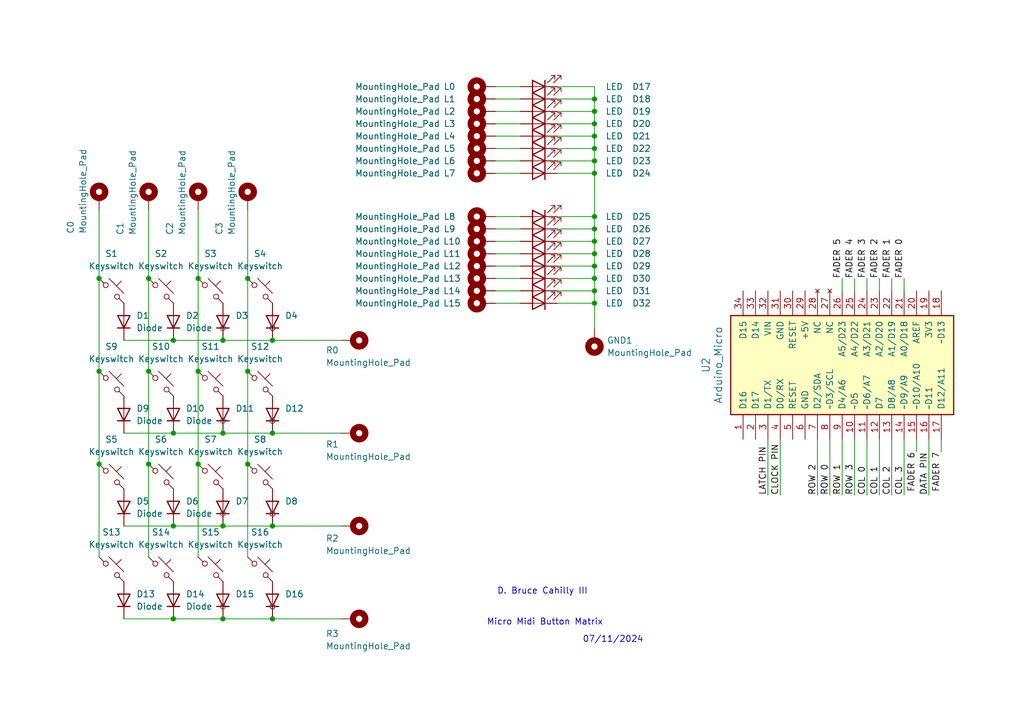
<source format=kicad_sch>
(kicad_sch (version 20231120) (generator "eeschema") (generator_version "8.0")
  (paper "A5")
  (lib_symbols
    (symbol "Arduino:Arduino_Micro" (pin_names (offset 1.016))
      (property "Reference" "U" (at -10.16 26.67 0))
      (property "Value" "Arduino_Micro" (at -2.54 24.13 0))
      (symbol "Arduino_Micro_0_1"
        (rectangle (start -10.16 22.86) (end 10.16 -22.86) (stroke (width 0.254)) (fill (type background)))
      )
      (symbol "Arduino_Micro_1_1"
        (pin bidirectional line (at -15.24 20.32 0) (length 5.08) (name "D16") (number "1"))
        (pin bidirectional line (at -15.24 -2.54 0) (length 5.08) (name "~D5") (number "10"))
        (pin bidirectional line (at -15.24 -5.08 0) (length 5.08) (name "~D6/A7") (number "11"))
        (pin bidirectional line (at -15.24 -7.62 0) (length 5.08) (name "D7") (number "12"))
        (pin bidirectional line (at -15.24 -10.16 0) (length 5.08) (name "D8/A8") (number "13"))
        (pin bidirectional line (at -15.24 -12.7 0) (length 5.08) (name "~D9/A9") (number "14"))
        (pin bidirectional line (at -15.24 -15.24 0) (length 5.08) (name "~D10/A10") (number "15"))
        (pin bidirectional line (at -15.24 -17.78 0) (length 5.08) (name "~D11") (number "16"))
        (pin bidirectional line (at -15.24 -20.32 0) (length 5.08) (name "D12/A11") (number "17"))
        (pin bidirectional line (at 15.24 -20.32 180) (length 5.08) (name "~D13") (number "18"))
        (pin power_out line (at 15.24 -17.78 180) (length 5.08) (name "3V3") (number "19"))
        (pin bidirectional line (at -15.24 17.78 0) (length 5.08) (name "D17") (number "2"))
        (pin input line (at 15.24 -15.24 180) (length 5.08) (name "AREF") (number "20"))
        (pin bidirectional line (at 15.24 -12.7 180) (length 5.08) (name "A0/D18") (number "21"))
        (pin bidirectional line (at 15.24 -10.16 180) (length 5.08) (name "A1/D19") (number "22"))
        (pin bidirectional line (at 15.24 -7.62 180) (length 5.08) (name "A2/D20") (number "23"))
        (pin bidirectional line (at 15.24 -5.08 180) (length 5.08) (name "A3/D21") (number "24"))
        (pin bidirectional line (at 15.24 -2.54 180) (length 5.08) (name "A4/D22") (number "25"))
        (pin bidirectional line (at 15.24 0 180) (length 5.08) (name "A5/D23") (number "26"))
        (pin no_connect line (at 15.24 2.54 180) (length 5.08) (name "NC") (number "27"))
        (pin no_connect line (at 15.24 5.08 180) (length 5.08) (name "NC") (number "28"))
        (pin power_in line (at 15.24 7.62 180) (length 5.08) (name "+5V") (number "29"))
        (pin bidirectional line (at -15.24 15.24 0) (length 5.08) (name "D1/TX") (number "3"))
        (pin input line (at 15.24 10.16 180) (length 5.08) (name "RESET") (number "30"))
        (pin power_in line (at 15.24 12.7 180) (length 5.08) (name "GND") (number "31"))
        (pin power_out line (at 15.24 15.24 180) (length 5.08) (name "VIN") (number "32"))
        (pin bidirectional line (at 15.24 17.78 180) (length 5.08) (name "D14") (number "33"))
        (pin bidirectional line (at 15.24 20.32 180) (length 5.08) (name "D15") (number "34"))
        (pin bidirectional line (at -15.24 12.7 0) (length 5.08) (name "D0/RX") (number "4"))
        (pin input line (at -15.24 10.16 0) (length 5.08) (name "RESET") (number "5"))
        (pin power_in line (at -15.24 7.62 0) (length 5.08) (name "GND") (number "6"))
        (pin bidirectional line (at -15.24 5.08 0) (length 5.08) (name "D2/SDA") (number "7"))
        (pin bidirectional line (at -15.24 2.54 0) (length 5.08) (name "~D3/SCL") (number "8"))
        (pin bidirectional line (at -15.24 0 0) (length 5.08) (name "D4/A6") (number "9"))
      )
    )
    (symbol "Device:LED" (pin_numbers hide) (pin_names (offset 1.016) hide)
      (property "Reference" "D" (at 0 2.54 0))
      (property "Value" "LED" (at 0 -2.54 0))
      (symbol "LED_0_1"
        (polyline (pts (xy -1.27 -1.27) (xy -1.27 1.27)) (stroke (width 0.254)))
        (polyline (pts (xy -1.27 0) (xy 1.27 0)))
        (polyline (pts (xy 1.27 -1.27) (xy 1.27 1.27) (xy -1.27 0) (xy 1.27 -1.27)) (stroke (width 0.254)))
        (polyline (pts (xy -3.048 -0.762) (xy -4.572 -2.286) (xy -3.81 -2.286) (xy -4.572 -2.286) (xy -4.572 -1.524)))
        (polyline (pts (xy -1.778 -0.762) (xy -3.302 -2.286) (xy -2.54 -2.286) (xy -3.302 -2.286) (xy -3.302 -1.524)))
      )
      (symbol "LED_1_1"
        (pin passive line (at -3.81 0 0) (length 2.54) (name "K") (number "1"))
        (pin passive line (at 3.81 0 180) (length 2.54) (name "A") (number "2"))
      )
    )
    (symbol "Mechanical:MountingHole_Pad" (pin_numbers hide) (pin_names (offset 1.016) hide) (exclude_from_sim yes) (in_bom no)
      (property "Reference" "H" (at 0 6.35 0))
      (property "Value" "MountingHole_Pad" (at 0 4.445 0))
      (symbol "MountingHole_Pad_0_1"
        (circle (center 0 1.27) (radius 1.27) (stroke (width 1.27)))
      )
      (symbol "MountingHole_Pad_1_1"
        (pin input line (at 0 -2.54 90) (length 2.54) (name "1") (number "1"))
      )
    )
    (symbol "ScottoKeebs:Placeholder_Diode" (pin_numbers hide) (pin_names hide)
      (property "Reference" "D" (at 0 2.54 0))
      (property "Value" "Diode" (at 0 -2.54 0))
      (symbol "Placeholder_Diode_0_1"
        (polyline (pts (xy -1.27 1.27) (xy -1.27 -1.27)) (stroke (width 0.254)))
        (polyline (pts (xy 1.27 0) (xy -1.27 0)))
        (polyline (pts (xy 1.27 1.27) (xy 1.27 -1.27) (xy -1.27 0) (xy 1.27 1.27)) (stroke (width 0.254)))
      )
      (symbol "Placeholder_Diode_1_1"
        (pin passive line (at -3.81 0 0) (length 2.54) (name "K") (number "1"))
        (pin passive line (at 3.81 0 180) (length 2.54) (name "A") (number "2"))
      )
    )
    (symbol "ScottoKeebs:Placeholder_Keyswitch" (pin_numbers hide) (pin_names (offset 1.016) hide)
      (property "Reference" "S" (at 3.048 1.016 0))
      (property "Value" "Keyswitch" (at 0 -3.81 0))
      (symbol "Placeholder_Keyswitch_0_1"
        (circle (center -1.1684 1.1684) (radius 0.508))
        (polyline (pts (xy -0.508 2.54) (xy 2.54 -0.508)))
        (polyline (pts (xy 1.016 1.016) (xy 2.032 2.032)))
        (polyline (pts (xy -2.54 2.54) (xy -1.524 1.524) (xy -1.524 1.524)))
        (polyline (pts (xy 1.524 -1.524) (xy 2.54 -2.54) (xy 2.54 -2.54) (xy 2.54 -2.54)))
        (circle (center 1.143 -1.1938) (radius 0.508))
        (pin passive line (at -2.54 2.54 0) (length 0) (name "1") (number "1"))
        (pin passive line (at 2.54 -2.54 180) (length 0) (name "2") (number "2"))
      )
    )
  )
  (junction (at 20.32 95.25))
  (junction (at 45.72 88.9))
  (junction (at 121.92 22.86))
  (junction (at 121.92 59.69))
  (junction (at 20.32 57.15))
  (junction (at 121.92 44.45))
  (junction (at 30.48 76.2))
  (junction (at 121.92 46.99))
  (junction (at 55.88 127))
  (junction (at 121.92 54.61))
  (junction (at 121.92 27.94))
  (junction (at 20.32 76.2))
  (junction (at 35.56 88.9))
  (junction (at 121.92 33.02))
  (junction (at 121.92 20.32))
  (junction (at 55.88 107.95))
  (junction (at 121.92 35.56))
  (junction (at 55.88 88.9))
  (junction (at 40.64 57.15))
  (junction (at 121.92 62.23))
  (junction (at 45.72 127))
  (junction (at 35.56 107.95))
  (junction (at 50.8 76.2))
  (junction (at 55.88 69.85))
  (junction (at 121.92 52.07))
  (junction (at 35.56 127))
  (junction (at 30.48 95.25))
  (junction (at 30.48 57.15))
  (junction (at 40.64 76.2))
  (junction (at 121.92 57.15))
  (junction (at 121.92 25.4))
  (junction (at 50.8 57.15))
  (junction (at 121.92 49.53))
  (junction (at 35.56 69.85))
  (junction (at 40.64 95.25))
  (junction (at 50.8 95.25))
  (junction (at 45.72 69.85))
  (junction (at 45.72 107.95))
  (junction (at 121.92 30.48))
  (wire (pts (xy 121.92 17.78) (xy 121.92 20.32)))
  (wire (pts (xy 114.3 17.78) (xy 121.92 17.78)))
  (wire (pts (xy 30.48 95.25) (xy 30.48 114.3)))
  (wire (pts (xy 180.34 59.69) (xy 180.34 57.15)))
  (wire (pts (xy 121.92 59.69) (xy 121.92 62.23)))
  (wire (pts (xy 40.64 43.18) (xy 40.64 57.15)))
  (wire (pts (xy 177.8 59.69) (xy 177.8 57.15)))
  (wire (pts (xy 190.5 101.6) (xy 190.5 90.17)))
  (wire (pts (xy 101.6 52.07) (xy 106.68 52.07)))
  (wire (pts (xy 114.3 33.02) (xy 121.92 33.02)))
  (wire (pts (xy 114.3 25.4) (xy 121.92 25.4)))
  (wire (pts (xy 121.92 54.61) (xy 121.92 57.15)))
  (wire (pts (xy 114.3 52.07) (xy 121.92 52.07)))
  (wire (pts (xy 182.88 59.69) (xy 182.88 57.15)))
  (wire (pts (xy 170.18 101.6) (xy 170.18 90.17)))
  (wire (pts (xy 25.4 127) (xy 35.56 127)))
  (wire (pts (xy 101.6 62.23) (xy 106.68 62.23)))
  (wire (pts (xy 69.85 88.9) (xy 55.88 88.9)))
  (wire (pts (xy 101.6 27.94) (xy 106.68 27.94)))
  (wire (pts (xy 45.72 88.9) (xy 55.88 88.9)))
  (wire (pts (xy 101.6 46.99) (xy 106.68 46.99)))
  (wire (pts (xy 20.32 95.25) (xy 20.32 114.3)))
  (wire (pts (xy 25.4 69.85) (xy 35.56 69.85)))
  (wire (pts (xy 101.6 30.48) (xy 106.68 30.48)))
  (wire (pts (xy 101.6 59.69) (xy 106.68 59.69)))
  (wire (pts (xy 101.6 25.4) (xy 106.68 25.4)))
  (wire (pts (xy 101.6 17.78) (xy 106.68 17.78)))
  (wire (pts (xy 114.3 54.61) (xy 121.92 54.61)))
  (wire (pts (xy 121.92 30.48) (xy 121.92 33.02)))
  (wire (pts (xy 69.85 127) (xy 55.88 127)))
  (wire (pts (xy 101.6 20.32) (xy 106.68 20.32)))
  (wire (pts (xy 30.48 76.2) (xy 30.48 95.25)))
  (wire (pts (xy 121.92 27.94) (xy 121.92 30.48)))
  (wire (pts (xy 121.92 20.32) (xy 121.92 22.86)))
  (wire (pts (xy 69.85 69.85) (xy 55.88 69.85)))
  (wire (pts (xy 40.64 95.25) (xy 40.64 114.3)))
  (wire (pts (xy 25.4 107.95) (xy 35.56 107.95)))
  (wire (pts (xy 114.3 46.99) (xy 121.92 46.99)))
  (wire (pts (xy 177.8 101.6) (xy 177.8 90.17)))
  (wire (pts (xy 101.6 35.56) (xy 106.68 35.56)))
  (wire (pts (xy 25.4 88.9) (xy 35.56 88.9)))
  (wire (pts (xy 101.6 33.02) (xy 106.68 33.02)))
  (wire (pts (xy 185.42 101.6) (xy 185.42 90.17)))
  (wire (pts (xy 40.64 76.2) (xy 40.64 95.25)))
  (wire (pts (xy 167.64 101.6) (xy 167.64 90.17)))
  (wire (pts (xy 114.3 20.32) (xy 121.92 20.32)))
  (wire (pts (xy 114.3 57.15) (xy 121.92 57.15)))
  (wire (pts (xy 193.04 90.17) (xy 193.04 92.71)))
  (wire (pts (xy 20.32 76.2) (xy 20.32 95.25)))
  (wire (pts (xy 121.92 35.56) (xy 121.92 44.45)))
  (wire (pts (xy 50.8 57.15) (xy 50.8 76.2)))
  (wire (pts (xy 69.85 107.95) (xy 55.88 107.95)))
  (wire (pts (xy 180.34 101.6) (xy 180.34 90.17)))
  (wire (pts (xy 172.72 101.6) (xy 172.72 90.17)))
  (wire (pts (xy 101.6 22.86) (xy 106.68 22.86)))
  (wire (pts (xy 114.3 22.86) (xy 121.92 22.86)))
  (wire (pts (xy 114.3 49.53) (xy 121.92 49.53)))
  (wire (pts (xy 30.48 43.18) (xy 30.48 57.15)))
  (wire (pts (xy 101.6 44.45) (xy 106.68 44.45)))
  (wire (pts (xy 121.92 22.86) (xy 121.92 25.4)))
  (wire (pts (xy 114.3 59.69) (xy 121.92 59.69)))
  (wire (pts (xy 114.3 44.45) (xy 121.92 44.45)))
  (wire (pts (xy 121.92 46.99) (xy 121.92 49.53)))
  (wire (pts (xy 175.26 59.69) (xy 175.26 57.15)))
  (wire (pts (xy 30.48 57.15) (xy 30.48 76.2)))
  (wire (pts (xy 20.32 57.15) (xy 20.32 76.2)))
  (wire (pts (xy 45.72 107.95) (xy 35.56 107.95)))
  (wire (pts (xy 121.92 44.45) (xy 121.92 46.99)))
  (wire (pts (xy 121.92 49.53) (xy 121.92 52.07)))
  (wire (pts (xy 114.3 30.48) (xy 121.92 30.48)))
  (wire (pts (xy 185.42 59.69) (xy 185.42 57.15)))
  (wire (pts (xy 114.3 62.23) (xy 121.92 62.23)))
  (wire (pts (xy 50.8 76.2) (xy 50.8 95.25)))
  (wire (pts (xy 45.72 69.85) (xy 55.88 69.85)))
  (wire (pts (xy 121.92 57.15) (xy 121.92 59.69)))
  (wire (pts (xy 101.6 49.53) (xy 106.68 49.53)))
  (wire (pts (xy 187.96 90.17) (xy 187.96 92.71)))
  (wire (pts (xy 45.72 127) (xy 35.56 127)))
  (wire (pts (xy 50.8 43.18) (xy 50.8 57.15)))
  (wire (pts (xy 45.72 88.9) (xy 35.56 88.9)))
  (wire (pts (xy 121.92 52.07) (xy 121.92 54.61)))
  (wire (pts (xy 182.88 101.6) (xy 182.88 90.17)))
  (wire (pts (xy 114.3 35.56) (xy 121.92 35.56)))
  (wire (pts (xy 20.32 43.18) (xy 20.32 57.15)))
  (wire (pts (xy 40.64 57.15) (xy 40.64 76.2)))
  (wire (pts (xy 157.48 101.6) (xy 157.48 90.17)))
  (wire (pts (xy 114.3 27.94) (xy 121.92 27.94)))
  (wire (pts (xy 121.92 25.4) (xy 121.92 27.94)))
  (wire (pts (xy 50.8 95.25) (xy 50.8 114.3)))
  (wire (pts (xy 101.6 57.15) (xy 106.68 57.15)))
  (wire (pts (xy 121.92 62.23) (xy 121.92 67.31)))
  (wire (pts (xy 45.72 107.95) (xy 55.88 107.95)))
  (wire (pts (xy 121.92 33.02) (xy 121.92 35.56)))
  (wire (pts (xy 160.02 101.6) (xy 160.02 90.17)))
  (wire (pts (xy 101.6 54.61) (xy 106.68 54.61)))
  (wire (pts (xy 172.72 59.69) (xy 172.72 57.15)))
  (wire (pts (xy 175.26 101.6) (xy 175.26 90.17)))
  (wire (pts (xy 45.72 127) (xy 55.88 127)))
  (wire (pts (xy 45.72 69.85) (xy 35.56 69.85)))
  (text "07/11/2024" (at 125.73 131.318 0) (effects (font (size 1.27 1.27))))
  (text "Micro Midi Button Matrix" (at 111.76 127.762 0) (effects (font (size 1.27 1.27))))
  (text "D. Bruce Cahilly III" (at 111.252 121.412 0) (effects (font (size 1.27 1.27))))
  (label "ROW 0" (at 170.18 101.6 90))
  (label "FADER 3" (at 177.8 57.15 90))
  (label "DATA PIN" (at 190.5 101.6 90))
  (label "FADER 5" (at 172.72 57.15 90))
  (label "FADER 0" (at 185.42 57.15 90))
  (label "ROW 2" (at 167.64 101.6 90))
  (label "COL 3" (at 185.42 101.6 90))
  (label "FADER 4" (at 175.26 57.15 90))
  (label "FADER 6" (at 187.96 92.71 270))
  (label "COL 1" (at 180.34 101.6 90))
  (label "ROW 1" (at 172.72 101.6 90))
  (label "CLOCK PIN" (at 160.02 101.6 90))
  (label "FADER 2" (at 180.34 57.15 90))
  (label "FADER 1" (at 182.88 57.15 90))
  (label "FADER 7" (at 193.04 92.71 270))
  (label "COL 0" (at 177.8 101.6 90))
  (label "LATCH PIN" (at 157.48 101.6 90))
  (label "ROW 3" (at 175.26 101.6 90))
  (label "COL 2" (at 182.88 101.6 90))
  (netclass_flag "" (length 2.54) (shape round) (at 55.88 69.85 0) (property "Netclass" "ROW 1" (effects (hide yes))))
  (netclass_flag "" (length 2.54) (shape round) (at 55.88 88.9 0) (property "Netclass" "ROW 1" (effects (hide yes))))
  (netclass_flag "" (length 2.54) (shape round) (at 55.88 88.9 0) (property "Netclass" "ROW 1" (effects (hide yes))))
  (netclass_flag "" (length 2.54) (shape round) (at 55.88 69.85 0) (property "Netclass" "ROW 1" (effects (hide yes))))
  (netclass_flag "" (length 2.54) (shape round) (at 55.88 107.95 0) (property "Netclass" "ROW 1" (effects (hide yes))))
  (netclass_flag "" (length 2.54) (shape round) (at 55.88 107.95 0) (property "Netclass" "ROW 1" (effects (hide yes))))
  (netclass_flag "" (length 2.54) (shape round) (at 45.72 69.85 0) (property "Netclass" "ROW 1" (effects (hide yes))))
  (netclass_flag "" (length 2.54) (shape round) (at 55.88 127 0) (property "Netclass" "ROW 1" (effects (hide yes))))
  (netclass_flag "" (length 2.54) (shape round) (at 45.72 107.95 0) (property "Netclass" "ROW 1" (effects (hide yes))))
  (netclass_flag "" (length 2.54) (shape round) (at 55.88 127 0) (property "Netclass" "ROW 1" (effects (hide yes))))
  (netclass_flag "" (length 2.54) (shape round) (at 45.72 88.9 0) (property "Netclass" "ROW 1" (effects (hide yes))))
  (netclass_flag "" (length 2.54) (shape round) (at 45.72 127 0) (property "Netclass" "ROW 1" (effects (hide yes))))
  (symbol (lib_id "Device:LED") (at 110.49 35.56 180) (unit 1)
    (property "Reference" "D24" (at 131.572 35.56 0))
    (property "Value" "LED" (at 125.984 35.56 0))
    (property "Footprint" "LED_THT:LED_D3.0mm" (effects (hide yes)))
    (property "Description" "Light emitting diode" (effects (hide yes)))
  )
  (symbol (lib_id "Mechanical:MountingHole_Pad") (at 72.39 88.9 270) (unit 1) (exclude_from_sim yes) (in_bom no)
    (property "Reference" "R1" (at 66.802 91.186 90) (effects (justify left)))
    (property "Value" "MountingHole_Pad" (at 66.802 93.726 90) (effects (justify left)))
    (property "Footprint" "CustomLib:THROUGH HOLE PAD 1.7MM HOLE 3.0MM PAD" (effects (hide yes)))
    (property "Description" "Mounting Hole with connection" (effects (hide yes)))
  )
  (symbol (lib_id "Device:LED") (at 110.49 59.69 180) (unit 1)
    (property "Reference" "D31" (at 131.572 59.69 0))
    (property "Value" "LED" (at 125.984 59.69 0))
    (property "Footprint" "LED_THT:LED_D3.0mm" (effects (hide yes)))
    (property "Description" "Light emitting diode" (effects (hide yes)))
  )
  (symbol (lib_id "Mechanical:MountingHole_Pad") (at 30.48 40.64 0) (unit 1) (exclude_from_sim yes) (in_bom no)
    (property "Reference" "C1" (at 24.638 48.26 90) (effects (justify left)))
    (property "Value" "MountingHole_Pad" (at 27.178 48.26 90) (effects (justify left)))
    (property "Footprint" "CustomLib:THROUGH HOLE PAD 1.7MM HOLE 3.0MM PAD" (effects (hide yes)))
    (property "Description" "Mounting Hole with connection" (effects (hide yes)))
  )
  (symbol (lib_id "Mechanical:MountingHole_Pad") (at 99.06 59.69 90) (unit 1) (exclude_from_sim yes) (in_bom no)
    (property "Reference" "L14" (at 92.71 59.69 90))
    (property "Value" "MountingHole_Pad" (at 81.534 59.69 90))
    (property "Footprint" "CustomLib:THROUGH HOLE PAD 1.7MM HOLE 3.0MM PAD" (effects (hide yes)))
    (property "Description" "Mounting Hole with connection" (effects (hide yes)))
  )
  (symbol (lib_id "ScottoKeebs:Placeholder_Diode") (at 55.88 123.19 90) (unit 1)
    (property "Reference" "D16" (at 58.42 121.9199 90) (effects (justify right)))
    (property "Value" "Diode" (effects (hide yes)))
    (property "Footprint" "ScottoKeebs_Components:Diode_DO-35" (effects (hide yes)))
    (property "Description" "1N4148 (DO-35) or 1N4148W (SOD-123)" (effects (hide yes)))
    (property "Sim.Device" "D" (effects (hide yes)))
    (property "Sim.Pins" "1=K 2=A" (effects (hide yes)))
  )
  (symbol (lib_id "Device:LED") (at 110.49 46.99 180) (unit 1)
    (property "Reference" "D26" (at 131.572 46.99 0))
    (property "Value" "LED" (at 125.984 46.99 0))
    (property "Footprint" "LED_THT:LED_D3.0mm" (effects (hide yes)))
    (property "Description" "Light emitting diode" (effects (hide yes)))
  )
  (symbol (lib_id "Mechanical:MountingHole_Pad") (at 121.92 69.85 180) (unit 1) (exclude_from_sim yes) (in_bom no)
    (property "Reference" "GND1" (at 124.46 69.8499 0) (effects (justify right)))
    (property "Value" "MountingHole_Pad" (at 124.46 72.3899 0) (effects (justify right)))
    (property "Footprint" "CustomLib:THROUGH HOLE PAD 1.7MM HOLE 3.0MM PAD" (effects (hide yes)))
    (property "Description" "Mounting Hole with connection" (effects (hide yes)))
  )
  (symbol (lib_id "ScottoKeebs:Placeholder_Diode") (at 25.4 104.14 90) (unit 1)
    (property "Reference" "D5" (at 27.94 102.8699 90) (effects (justify right)))
    (property "Value" "Diode" (at 27.94 105.4099 90) (effects (justify right)))
    (property "Footprint" "ScottoKeebs_Components:Diode_DO-35" (effects (hide yes)))
    (property "Description" "1N4148 (DO-35) or 1N4148W (SOD-123)" (effects (hide yes)))
    (property "Sim.Device" "D" (effects (hide yes)))
    (property "Sim.Pins" "1=K 2=A" (effects (hide yes)))
  )
  (symbol (lib_id "Device:LED") (at 110.49 33.02 180) (unit 1)
    (property "Reference" "D23" (at 131.572 33.02 0))
    (property "Value" "LED" (at 125.984 33.02 0))
    (property "Footprint" "LED_THT:LED_D3.0mm" (effects (hide yes)))
    (property "Description" "Light emitting diode" (effects (hide yes)))
  )
  (symbol (lib_id "Mechanical:MountingHole_Pad") (at 99.06 52.07 90) (unit 1) (exclude_from_sim yes) (in_bom no)
    (property "Reference" "L11" (at 92.71 52.07 90))
    (property "Value" "MountingHole_Pad" (at 81.534 52.07 90))
    (property "Footprint" "CustomLib:THROUGH HOLE PAD 1.7MM HOLE 3.0MM PAD" (effects (hide yes)))
    (property "Description" "Mounting Hole with connection" (effects (hide yes)))
  )
  (symbol (lib_id "Mechanical:MountingHole_Pad") (at 99.06 46.99 90) (unit 1) (exclude_from_sim yes) (in_bom no)
    (property "Reference" "L9" (at 92.202 46.99 90))
    (property "Value" "MountingHole_Pad" (at 81.534 46.99 90))
    (property "Footprint" "CustomLib:THROUGH HOLE PAD 1.7MM HOLE 3.0MM PAD" (effects (hide yes)))
    (property "Description" "Mounting Hole with connection" (effects (hide yes)))
  )
  (symbol (lib_id "ScottoKeebs:Placeholder_Diode") (at 35.56 123.19 90) (unit 1)
    (property "Reference" "D14" (at 38.1 121.9199 90) (effects (justify right)))
    (property "Value" "Diode" (at 38.1 124.4599 90) (effects (justify right)))
    (property "Footprint" "ScottoKeebs_Components:Diode_DO-35" (effects (hide yes)))
    (property "Description" "1N4148 (DO-35) or 1N4148W (SOD-123)" (effects (hide yes)))
    (property "Sim.Device" "D" (effects (hide yes)))
    (property "Sim.Pins" "1=K 2=A" (effects (hide yes)))
  )
  (symbol (lib_id "ScottoKeebs:Placeholder_Diode") (at 25.4 123.19 90) (unit 1)
    (property "Reference" "D13" (at 27.94 121.9199 90) (effects (justify right)))
    (property "Value" "Diode" (at 27.94 124.4599 90) (effects (justify right)))
    (property "Footprint" "ScottoKeebs_Components:Diode_DO-35" (effects (hide yes)))
    (property "Description" "1N4148 (DO-35) or 1N4148W (SOD-123)" (effects (hide yes)))
    (property "Sim.Device" "D" (effects (hide yes)))
    (property "Sim.Pins" "1=K 2=A" (effects (hide yes)))
  )
  (symbol (lib_id "Mechanical:MountingHole_Pad") (at 99.06 20.32 90) (unit 1) (exclude_from_sim yes) (in_bom no)
    (property "Reference" "L1" (at 92.202 20.32 90))
    (property "Value" "MountingHole_Pad" (at 81.534 20.32 90))
    (property "Footprint" "CustomLib:THROUGH HOLE PAD 1.7MM HOLE 3.0MM PAD" (effects (hide yes)))
    (property "Description" "Mounting Hole with connection" (effects (hide yes)))
  )
  (symbol (lib_id "Device:LED") (at 110.49 30.48 180) (unit 1)
    (property "Reference" "D22" (at 131.572 30.48 0))
    (property "Value" "LED" (at 125.984 30.48 0))
    (property "Footprint" "LED_THT:LED_D3.0mm" (effects (hide yes)))
    (property "Description" "Light emitting diode" (effects (hide yes)))
  )
  (symbol (lib_id "ScottoKeebs:Placeholder_Diode") (at 25.4 66.04 90) (unit 1)
    (property "Reference" "D1" (at 27.94 64.7699 90) (effects (justify right)))
    (property "Value" "Diode" (at 27.94 67.3099 90) (effects (justify right)))
    (property "Footprint" "ScottoKeebs_Components:Diode_DO-35" (effects (hide yes)))
    (property "Description" "1N4148 (DO-35) or 1N4148W (SOD-123)" (effects (hide yes)))
    (property "Sim.Device" "D" (effects (hide yes)))
    (property "Sim.Pins" "1=K 2=A" (effects (hide yes)))
  )
  (symbol (lib_id "ScottoKeebs:Placeholder_Keyswitch") (at 53.34 116.84 0) (unit 1)
    (property "Reference" "S16" (at 53.34 109.22 0))
    (property "Value" "Keyswitch" (at 53.34 111.76 0))
    (property "Footprint" "ScottoKeebs_MX:MX_PCB_1.00u" (effects (hide yes)))
    (property "Description" "Push button switch, normally open, two pins, 45° tilted" (effects (hide yes)))
  )
  (symbol (lib_id "ScottoKeebs:Placeholder_Keyswitch") (at 53.34 78.74 0) (unit 1)
    (property "Reference" "S12" (at 53.34 71.12 0))
    (property "Value" "Keyswitch" (at 53.34 73.66 0))
    (property "Footprint" "ScottoKeebs_MX:MX_PCB_1.00u" (effects (hide yes)))
    (property "Description" "Push button switch, normally open, two pins, 45° tilted" (effects (hide yes)))
  )
  (symbol (lib_id "ScottoKeebs:Placeholder_Diode") (at 25.4 85.09 90) (unit 1)
    (property "Reference" "D9" (at 27.94 83.8199 90) (effects (justify right)))
    (property "Value" "Diode" (at 27.94 86.3599 90) (effects (justify right)))
    (property "Footprint" "ScottoKeebs_Components:Diode_DO-35" (effects (hide yes)))
    (property "Description" "1N4148 (DO-35) or 1N4148W (SOD-123)" (effects (hide yes)))
    (property "Sim.Device" "D" (effects (hide yes)))
    (property "Sim.Pins" "1=K 2=A" (effects (hide yes)))
  )
  (symbol (lib_id "ScottoKeebs:Placeholder_Diode") (at 45.72 123.19 90) (unit 1)
    (property "Reference" "D15" (at 48.26 121.9199 90) (effects (justify right)))
    (property "Value" "Diode" (effects (hide yes)))
    (property "Footprint" "ScottoKeebs_Components:Diode_DO-35" (effects (hide yes)))
    (property "Description" "1N4148 (DO-35) or 1N4148W (SOD-123)" (effects (hide yes)))
    (property "Sim.Device" "D" (effects (hide yes)))
    (property "Sim.Pins" "1=K 2=A" (effects (hide yes)))
  )
  (symbol (lib_id "Mechanical:MountingHole_Pad") (at 20.32 40.64 0) (unit 1) (exclude_from_sim yes) (in_bom no)
    (property "Reference" "C0" (at 14.478 48.006 90) (effects (justify left)))
    (property "Value" "MountingHole_Pad" (at 17.018 48.006 90) (effects (justify left)))
    (property "Footprint" "CustomLib:THROUGH HOLE PAD 1.7MM HOLE 3.0MM PAD" (effects (hide yes)))
    (property "Description" "Mounting Hole with connection" (effects (hide yes)))
  )
  (symbol (lib_id "Mechanical:MountingHole_Pad") (at 99.06 22.86 90) (unit 1) (exclude_from_sim yes) (in_bom no)
    (property "Reference" "L2" (at 92.202 22.86 90))
    (property "Value" "MountingHole_Pad" (at 81.534 22.86 90))
    (property "Footprint" "CustomLib:THROUGH HOLE PAD 1.7MM HOLE 3.0MM PAD" (effects (hide yes)))
    (property "Description" "Mounting Hole with connection" (effects (hide yes)))
  )
  (symbol (lib_id "ScottoKeebs:Placeholder_Diode") (at 45.72 104.14 90) (unit 1)
    (property "Reference" "D7" (at 48.26 102.8699 90) (effects (justify right)))
    (property "Value" "Diode" (effects (hide yes)))
    (property "Footprint" "ScottoKeebs_Components:Diode_DO-35" (effects (hide yes)))
    (property "Description" "1N4148 (DO-35) or 1N4148W (SOD-123)" (effects (hide yes)))
    (property "Sim.Device" "D" (effects (hide yes)))
    (property "Sim.Pins" "1=K 2=A" (effects (hide yes)))
  )
  (symbol (lib_id "Mechanical:MountingHole_Pad") (at 99.06 44.45 90) (unit 1) (exclude_from_sim yes) (in_bom no)
    (property "Reference" "L8" (at 92.202 44.45 90))
    (property "Value" "MountingHole_Pad" (at 81.534 44.45 90))
    (property "Footprint" "CustomLib:THROUGH HOLE PAD 1.7MM HOLE 3.0MM PAD" (effects (hide yes)))
    (property "Description" "Mounting Hole with connection" (effects (hide yes)))
  )
  (symbol (lib_id "ScottoKeebs:Placeholder_Keyswitch") (at 33.02 116.84 0) (unit 1)
    (property "Reference" "S14" (at 33.02 109.22 0))
    (property "Value" "Keyswitch" (at 33.02 111.76 0))
    (property "Footprint" "ScottoKeebs_MX:MX_PCB_1.00u" (effects (hide yes)))
    (property "Description" "Push button switch, normally open, two pins, 45° tilted" (effects (hide yes)))
  )
  (symbol (lib_id "ScottoKeebs:Placeholder_Keyswitch") (at 33.02 59.69 0) (unit 1)
    (property "Reference" "S2" (at 33.02 52.07 0))
    (property "Value" "Keyswitch" (at 33.02 54.61 0))
    (property "Footprint" "ScottoKeebs_MX:MX_PCB_1.00u" (effects (hide yes)))
    (property "Description" "Push button switch, normally open, two pins, 45° tilted" (effects (hide yes)))
  )
  (symbol (lib_id "ScottoKeebs:Placeholder_Diode") (at 35.56 104.14 90) (unit 1)
    (property "Reference" "D6" (at 38.1 102.8699 90) (effects (justify right)))
    (property "Value" "Diode" (at 38.1 105.4099 90) (effects (justify right)))
    (property "Footprint" "ScottoKeebs_Components:Diode_DO-35" (effects (hide yes)))
    (property "Description" "1N4148 (DO-35) or 1N4148W (SOD-123)" (effects (hide yes)))
    (property "Sim.Device" "D" (effects (hide yes)))
    (property "Sim.Pins" "1=K 2=A" (effects (hide yes)))
  )
  (symbol (lib_id "ScottoKeebs:Placeholder_Keyswitch") (at 22.86 78.74 0) (unit 1)
    (property "Reference" "S9" (at 22.86 71.12 0))
    (property "Value" "Keyswitch" (at 22.86 73.66 0))
    (property "Footprint" "ScottoKeebs_MX:MX_PCB_1.00u" (effects (hide yes)))
    (property "Description" "Push button switch, normally open, two pins, 45° tilted" (effects (hide yes)))
  )
  (symbol (lib_id "ScottoKeebs:Placeholder_Keyswitch") (at 22.86 116.84 0) (unit 1)
    (property "Reference" "S13" (at 22.86 109.22 0))
    (property "Value" "Keyswitch" (at 22.86 111.76 0))
    (property "Footprint" "ScottoKeebs_MX:MX_PCB_1.00u" (effects (hide yes)))
    (property "Description" "Push button switch, normally open, two pins, 45° tilted" (effects (hide yes)))
  )
  (symbol (lib_id "ScottoKeebs:Placeholder_Diode") (at 55.88 66.04 90) (unit 1)
    (property "Reference" "D4" (at 58.42 64.7699 90) (effects (justify right)))
    (property "Value" "Diode" (effects (hide yes)))
    (property "Footprint" "ScottoKeebs_Components:Diode_DO-35" (effects (hide yes)))
    (property "Description" "1N4148 (DO-35) or 1N4148W (SOD-123)" (effects (hide yes)))
    (property "Sim.Device" "D" (effects (hide yes)))
    (property "Sim.Pins" "1=K 2=A" (effects (hide yes)))
  )
  (symbol (lib_id "Mechanical:MountingHole_Pad") (at 99.06 62.23 90) (unit 1) (exclude_from_sim yes) (in_bom no)
    (property "Reference" "L15" (at 92.71 62.23 90))
    (property "Value" "MountingHole_Pad" (at 81.534 62.23 90))
    (property "Footprint" "CustomLib:THROUGH HOLE PAD 1.7MM HOLE 3.0MM PAD" (effects (hide yes)))
    (property "Description" "Mounting Hole with connection" (effects (hide yes)))
  )
  (symbol (lib_id "Device:LED") (at 110.49 44.45 180) (unit 1)
    (property "Reference" "D25" (at 131.572 44.45 0))
    (property "Value" "LED" (at 125.984 44.45 0))
    (property "Footprint" "LED_THT:LED_D3.0mm" (effects (hide yes)))
    (property "Description" "Light emitting diode" (effects (hide yes)))
  )
  (symbol (lib_id "Arduino:Arduino_Micro") (at 172.72 74.93 90) (unit 1) (exclude_from_sim yes) (in_bom no) (on_board no)
    (property "Reference" "U2" (at 144.78 74.93 0) (effects (font (size 1.524 1.524))))
    (property "Value" "Arduino_Micro" (at 147.32 74.93 0) (effects (font (size 1.524 1.524))))
    (property "Datasheet" "https://store.arduino.cc/usa/arduino-micro" (effects (hide yes)))
    (property "Description" "Arduino Micro" (effects (hide yes)))
  )
  (symbol (lib_id "Mechanical:MountingHole_Pad") (at 99.06 27.94 90) (unit 1) (exclude_from_sim yes) (in_bom no)
    (property "Reference" "L4" (at 92.202 27.94 90))
    (property "Value" "MountingHole_Pad" (at 81.534 27.94 90))
    (property "Footprint" "CustomLib:THROUGH HOLE PAD 1.7MM HOLE 3.0MM PAD" (effects (hide yes)))
    (property "Description" "Mounting Hole with connection" (effects (hide yes)))
  )
  (symbol (lib_id "Device:LED") (at 110.49 17.78 180) (unit 1)
    (property "Reference" "D17" (at 131.572 17.78 0))
    (property "Value" "LED" (at 125.984 17.78 0))
    (property "Footprint" "LED_THT:LED_D3.0mm" (effects (hide yes)))
    (property "Description" "Light emitting diode" (effects (hide yes)))
  )
  (symbol (lib_id "Mechanical:MountingHole_Pad") (at 99.06 35.56 90) (unit 1) (exclude_from_sim yes) (in_bom no)
    (property "Reference" "L7" (at 92.202 35.56 90))
    (property "Value" "MountingHole_Pad" (at 81.534 35.56 90))
    (property "Footprint" "CustomLib:THROUGH HOLE PAD 1.7MM HOLE 3.0MM PAD" (effects (hide yes)))
    (property "Description" "Mounting Hole with connection" (effects (hide yes)))
  )
  (symbol (lib_id "ScottoKeebs:Placeholder_Keyswitch") (at 53.34 97.79 0) (unit 1)
    (property "Reference" "S8" (at 53.34 90.17 0))
    (property "Value" "Keyswitch" (at 53.34 92.71 0))
    (property "Footprint" "ScottoKeebs_MX:MX_PCB_1.00u" (effects (hide yes)))
    (property "Description" "Push button switch, normally open, two pins, 45° tilted" (effects (hide yes)))
  )
  (symbol (lib_id "Mechanical:MountingHole_Pad") (at 99.06 33.02 90) (unit 1) (exclude_from_sim yes) (in_bom no)
    (property "Reference" "L6" (at 92.202 33.02 90))
    (property "Value" "MountingHole_Pad" (at 81.534 33.02 90))
    (property "Footprint" "CustomLib:THROUGH HOLE PAD 1.7MM HOLE 3.0MM PAD" (effects (hide yes)))
    (property "Description" "Mounting Hole with connection" (effects (hide yes)))
  )
  (symbol (lib_id "Mechanical:MountingHole_Pad") (at 50.8 40.64 0) (unit 1) (exclude_from_sim yes) (in_bom no)
    (property "Reference" "C3" (at 44.958 48.26 90) (effects (justify left)))
    (property "Value" "MountingHole_Pad" (at 47.498 48.26 90) (effects (justify left)))
    (property "Footprint" "CustomLib:THROUGH HOLE PAD 1.7MM HOLE 3.0MM PAD" (effects (hide yes)))
    (property "Description" "Mounting Hole with connection" (effects (hide yes)))
  )
  (symbol (lib_id "ScottoKeebs:Placeholder_Diode") (at 55.88 104.14 90) (unit 1)
    (property "Reference" "D8" (at 58.42 102.8699 90) (effects (justify right)))
    (property "Value" "Diode" (effects (hide yes)))
    (property "Footprint" "ScottoKeebs_Components:Diode_DO-35" (effects (hide yes)))
    (property "Description" "1N4148 (DO-35) or 1N4148W (SOD-123)" (effects (hide yes)))
    (property "Sim.Device" "D" (effects (hide yes)))
    (property "Sim.Pins" "1=K 2=A" (effects (hide yes)))
  )
  (symbol (lib_id "Device:LED") (at 110.49 57.15 180) (unit 1)
    (property "Reference" "D30" (at 131.572 57.15 0))
    (property "Value" "LED" (at 125.984 57.15 0))
    (property "Footprint" "LED_THT:LED_D3.0mm" (effects (hide yes)))
    (property "Description" "Light emitting diode" (effects (hide yes)))
  )
  (symbol (lib_id "Device:LED") (at 110.49 20.32 180) (unit 1)
    (property "Reference" "D18" (at 131.572 20.32 0))
    (property "Value" "LED" (at 125.984 20.32 0))
    (property "Footprint" "LED_THT:LED_D3.0mm" (effects (hide yes)))
    (property "Description" "Light emitting diode" (effects (hide yes)))
  )
  (symbol (lib_id "ScottoKeebs:Placeholder_Diode") (at 35.56 66.04 90) (unit 1)
    (property "Reference" "D2" (at 38.1 64.7699 90) (effects (justify right)))
    (property "Value" "Diode" (at 38.1 67.3099 90) (effects (justify right)))
    (property "Footprint" "ScottoKeebs_Components:Diode_DO-35" (effects (hide yes)))
    (property "Description" "1N4148 (DO-35) or 1N4148W (SOD-123)" (effects (hide yes)))
    (property "Sim.Device" "D" (effects (hide yes)))
    (property "Sim.Pins" "1=K 2=A" (effects (hide yes)))
  )
  (symbol (lib_id "ScottoKeebs:Placeholder_Keyswitch") (at 43.18 97.79 0) (unit 1)
    (property "Reference" "S7" (at 43.18 90.17 0))
    (property "Value" "Keyswitch" (at 43.18 92.71 0))
    (property "Footprint" "ScottoKeebs_MX:MX_PCB_1.00u" (effects (hide yes)))
    (property "Description" "Push button switch, normally open, two pins, 45° tilted" (effects (hide yes)))
  )
  (symbol (lib_id "ScottoKeebs:Placeholder_Keyswitch") (at 43.18 59.69 0) (unit 1)
    (property "Reference" "S3" (at 43.18 52.07 0))
    (property "Value" "Keyswitch" (at 43.18 54.61 0))
    (property "Footprint" "ScottoKeebs_MX:MX_PCB_1.00u" (effects (hide yes)))
    (property "Description" "Push button switch, normally open, two pins, 45° tilted" (effects (hide yes)))
  )
  (symbol (lib_id "Mechanical:MountingHole_Pad") (at 72.39 69.85 270) (unit 1) (exclude_from_sim yes) (in_bom no)
    (property "Reference" "R0" (at 66.802 71.882 90) (effects (justify left)))
    (property "Value" "MountingHole_Pad" (at 66.802 74.422 90) (effects (justify left)))
    (property "Footprint" "CustomLib:THROUGH HOLE PAD 1.7MM HOLE 3.0MM PAD" (effects (hide yes)))
    (property "Description" "Mounting Hole with connection" (effects (hide yes)))
  )
  (symbol (lib_id "Mechanical:MountingHole_Pad") (at 99.06 25.4 90) (unit 1) (exclude_from_sim yes) (in_bom no)
    (property "Reference" "L3" (at 92.202 25.4 90))
    (property "Value" "MountingHole_Pad" (at 81.534 25.4 90))
    (property "Footprint" "CustomLib:THROUGH HOLE PAD 1.7MM HOLE 3.0MM PAD" (effects (hide yes)))
    (property "Description" "Mounting Hole with connection" (effects (hide yes)))
  )
  (symbol (lib_id "Device:LED") (at 110.49 54.61 180) (unit 1)
    (property "Reference" "D29" (at 131.572 54.61 0))
    (property "Value" "LED" (at 125.984 54.61 0))
    (property "Footprint" "LED_THT:LED_D3.0mm" (effects (hide yes)))
    (property "Description" "Light emitting diode" (effects (hide yes)))
  )
  (symbol (lib_id "Device:LED") (at 110.49 62.23 180) (unit 1)
    (property "Reference" "D32" (at 131.572 62.23 0))
    (property "Value" "LED" (at 125.984 62.23 0))
    (property "Footprint" "LED_THT:LED_D3.0mm" (effects (hide yes)))
    (property "Description" "Light emitting diode" (effects (hide yes)))
  )
  (symbol (lib_id "Device:LED") (at 110.49 22.86 180) (unit 1)
    (property "Reference" "D19" (at 131.572 22.86 0))
    (property "Value" "LED" (at 125.984 22.86 0))
    (property "Footprint" "LED_THT:LED_D3.0mm" (effects (hide yes)))
    (property "Description" "Light emitting diode" (effects (hide yes)))
  )
  (symbol (lib_id "ScottoKeebs:Placeholder_Keyswitch") (at 53.34 59.69 0) (unit 1)
    (property "Reference" "S4" (at 53.34 52.07 0))
    (property "Value" "Keyswitch" (at 53.34 54.61 0))
    (property "Footprint" "ScottoKeebs_MX:MX_PCB_1.00u" (effects (hide yes)))
    (property "Description" "Push button switch, normally open, two pins, 45° tilted" (effects (hide yes)))
  )
  (symbol (lib_id "ScottoKeebs:Placeholder_Keyswitch") (at 22.86 97.79 0) (unit 1)
    (property "Reference" "S5" (at 22.86 90.17 0))
    (property "Value" "Keyswitch" (at 22.86 92.71 0))
    (property "Footprint" "ScottoKeebs_MX:MX_PCB_1.00u" (effects (hide yes)))
    (property "Description" "Push button switch, normally open, two pins, 45° tilted" (effects (hide yes)))
  )
  (symbol (lib_id "Device:LED") (at 110.49 52.07 180) (unit 1)
    (property "Reference" "D28" (at 131.572 52.07 0))
    (property "Value" "LED" (at 125.984 52.07 0))
    (property "Footprint" "LED_THT:LED_D3.0mm" (effects (hide yes)))
    (property "Description" "Light emitting diode" (effects (hide yes)))
  )
  (symbol (lib_id "Mechanical:MountingHole_Pad") (at 99.06 57.15 90) (unit 1) (exclude_from_sim yes) (in_bom no)
    (property "Reference" "L13" (at 92.71 57.15 90))
    (property "Value" "MountingHole_Pad" (at 81.534 57.15 90))
    (property "Footprint" "CustomLib:THROUGH HOLE PAD 1.7MM HOLE 3.0MM PAD" (effects (hide yes)))
    (property "Description" "Mounting Hole with connection" (effects (hide yes)))
  )
  (symbol (lib_id "ScottoKeebs:Placeholder_Diode") (at 45.72 85.09 90) (unit 1)
    (property "Reference" "D11" (at 48.26 83.8199 90) (effects (justify right)))
    (property "Value" "Diode" (effects (hide yes)))
    (property "Footprint" "ScottoKeebs_Components:Diode_DO-35" (effects (hide yes)))
    (property "Description" "1N4148 (DO-35) or 1N4148W (SOD-123)" (effects (hide yes)))
    (property "Sim.Device" "D" (effects (hide yes)))
    (property "Sim.Pins" "1=K 2=A" (effects (hide yes)))
  )
  (symbol (lib_id "ScottoKeebs:Placeholder_Diode") (at 35.56 85.09 90) (unit 1)
    (property "Reference" "D10" (at 38.1 83.8199 90) (effects (justify right)))
    (property "Value" "Diode" (at 38.1 86.3599 90) (effects (justify right)))
    (property "Footprint" "ScottoKeebs_Components:Diode_DO-35" (effects (hide yes)))
    (property "Description" "1N4148 (DO-35) or 1N4148W (SOD-123)" (effects (hide yes)))
    (property "Sim.Device" "D" (effects (hide yes)))
    (property "Sim.Pins" "1=K 2=A" (effects (hide yes)))
  )
  (symbol (lib_id "ScottoKeebs:Placeholder_Keyswitch") (at 33.02 78.74 0) (unit 1)
    (property "Reference" "S10" (at 33.02 71.12 0))
    (property "Value" "Keyswitch" (at 33.02 73.66 0))
    (property "Footprint" "ScottoKeebs_MX:MX_PCB_1.00u" (effects (hide yes)))
    (property "Description" "Push button switch, normally open, two pins, 45° tilted" (effects (hide yes)))
  )
  (symbol (lib_id "Device:LED") (at 110.49 27.94 180) (unit 1)
    (property "Reference" "D21" (at 131.572 27.94 0))
    (property "Value" "LED" (at 125.984 27.94 0))
    (property "Footprint" "LED_THT:LED_D3.0mm" (effects (hide yes)))
    (property "Description" "Light emitting diode" (effects (hide yes)))
  )
  (symbol (lib_id "ScottoKeebs:Placeholder_Diode") (at 55.88 85.09 90) (unit 1)
    (property "Reference" "D12" (at 58.42 83.8199 90) (effects (justify right)))
    (property "Value" "Diode" (effects (hide yes)))
    (property "Footprint" "ScottoKeebs_Components:Diode_DO-35" (effects (hide yes)))
    (property "Description" "1N4148 (DO-35) or 1N4148W (SOD-123)" (effects (hide yes)))
    (property "Sim.Device" "D" (effects (hide yes)))
    (property "Sim.Pins" "1=K 2=A" (effects (hide yes)))
  )
  (symbol (lib_id "ScottoKeebs:Placeholder_Keyswitch") (at 43.18 78.74 0) (unit 1)
    (property "Reference" "S11" (at 43.18 71.12 0))
    (property "Value" "Keyswitch" (at 43.18 73.66 0))
    (property "Footprint" "ScottoKeebs_MX:MX_PCB_1.00u" (effects (hide yes)))
    (property "Description" "Push button switch, normally open, two pins, 45° tilted" (effects (hide yes)))
  )
  (symbol (lib_id "Mechanical:MountingHole_Pad") (at 99.06 54.61 90) (unit 1) (exclude_from_sim yes) (in_bom no)
    (property "Reference" "L12" (at 92.71 54.61 90))
    (property "Value" "MountingHole_Pad" (at 81.534 54.61 90))
    (property "Footprint" "CustomLib:THROUGH HOLE PAD 1.7MM HOLE 3.0MM PAD" (effects (hide yes)))
    (property "Description" "Mounting Hole with connection" (effects (hide yes)))
  )
  (symbol (lib_id "Mechanical:MountingHole_Pad") (at 72.39 127 270) (unit 1) (exclude_from_sim yes) (in_bom no)
    (property "Reference" "R3" (at 66.802 130.048 90) (effects (justify left)))
    (property "Value" "MountingHole_Pad" (at 66.802 132.588 90) (effects (justify left)))
    (property "Footprint" "CustomLib:THROUGH HOLE PAD 1.7MM HOLE 3.0MM PAD" (effects (hide yes)))
    (property "Description" "Mounting Hole with connection" (effects (hide yes)))
  )
  (symbol (lib_id "ScottoKeebs:Placeholder_Keyswitch") (at 43.18 116.84 0) (unit 1)
    (property "Reference" "S15" (at 43.18 109.22 0))
    (property "Value" "Keyswitch" (at 43.18 111.76 0))
    (property "Footprint" "ScottoKeebs_MX:MX_PCB_1.00u" (effects (hide yes)))
    (property "Description" "Push button switch, normally open, two pins, 45° tilted" (effects (hide yes)))
  )
  (symbol (lib_id "Device:LED") (at 110.49 25.4 180) (unit 1)
    (property "Reference" "D20" (at 131.572 25.4 0))
    (property "Value" "LED" (at 125.984 25.4 0))
    (property "Footprint" "LED_THT:LED_D3.0mm" (effects (hide yes)))
    (property "Description" "Light emitting diode" (effects (hide yes)))
  )
  (symbol (lib_id "Mechanical:MountingHole_Pad") (at 40.64 40.64 0) (unit 1) (exclude_from_sim yes) (in_bom no)
    (property "Reference" "C2" (at 34.798 48.26 90) (effects (justify left)))
    (property "Value" "MountingHole_Pad" (at 37.338 48.26 90) (effects (justify left)))
    (property "Footprint" "CustomLib:THROUGH HOLE PAD 1.7MM HOLE 3.0MM PAD" (effects (hide yes)))
    (property "Description" "Mounting Hole with connection" (effects (hide yes)))
  )
  (symbol (lib_id "Mechanical:MountingHole_Pad") (at 72.39 107.95 270) (unit 1) (exclude_from_sim yes) (in_bom no)
    (property "Reference" "R2" (at 66.802 110.49 90) (effects (justify left)))
    (property "Value" "MountingHole_Pad" (at 66.802 113.03 90) (effects (justify left)))
    (property "Footprint" "CustomLib:THROUGH HOLE PAD 1.7MM HOLE 3.0MM PAD" (effects (hide yes)))
    (property "Description" "Mounting Hole with connection" (effects (hide yes)))
  )
  (symbol (lib_id "Mechanical:MountingHole_Pad") (at 99.06 17.78 90) (unit 1) (exclude_from_sim yes) (in_bom no)
    (property "Reference" "L0" (at 92.202 17.78 90))
    (property "Value" "MountingHole_Pad" (at 81.534 17.78 90))
    (property "Footprint" "CustomLib:THROUGH HOLE PAD 1.7MM HOLE 3.0MM PAD" (effects (hide yes)))
    (property "Description" "Mounting Hole with connection" (effects (hide yes)))
  )
  (symbol (lib_id "Mechanical:MountingHole_Pad") (at 99.06 49.53 90) (unit 1) (exclude_from_sim yes) (in_bom no)
    (property "Reference" "L10" (at 92.71 49.53 90))
    (property "Value" "MountingHole_Pad" (at 81.534 49.53 90))
    (property "Footprint" "CustomLib:THROUGH HOLE PAD 1.7MM HOLE 3.0MM PAD" (effects (hide yes)))
    (property "Description" "Mounting Hole with connection" (effects (hide yes)))
  )
  (symbol (lib_id "Device:LED") (at 110.49 49.53 180) (unit 1)
    (property "Reference" "D27" (at 131.572 49.53 0))
    (property "Value" "LED" (at 125.984 49.53 0))
    (property "Footprint" "LED_THT:LED_D3.0mm" (effects (hide yes)))
    (property "Description" "Light emitting diode" (effects (hide yes)))
  )
  (symbol (lib_id "ScottoKeebs:Placeholder_Keyswitch") (at 33.02 97.79 0) (unit 1)
    (property "Reference" "S6" (at 33.02 90.17 0))
    (property "Value" "Keyswitch" (at 33.02 92.71 0))
    (property "Footprint" "ScottoKeebs_MX:MX_PCB_1.00u" (effects (hide yes)))
    (property "Description" "Push button switch, normally open, two pins, 45° tilted" (effects (hide yes)))
  )
  (symbol (lib_id "ScottoKeebs:Placeholder_Diode") (at 45.72 66.04 90) (unit 1)
    (property "Reference" "D3" (at 48.26 64.7699 90) (effects (justify right)))
    (property "Value" "Diode" (effects (hide yes)))
    (property "Footprint" "ScottoKeebs_Components:Diode_DO-35" (effects (hide yes)))
    (property "Description" "1N4148 (DO-35) or 1N4148W (SOD-123)" (effects (hide yes)))
    (property "Sim.Device" "D" (effects (hide yes)))
    (property "Sim.Pins" "1=K 2=A" (effects (hide yes)))
  )
  (symbol (lib_id "ScottoKeebs:Placeholder_Keyswitch") (at 22.86 59.69 0) (unit 1)
    (property "Reference" "S1" (at 22.86 52.07 0))
    (property "Value" "Keyswitch" (at 22.86 54.61 0))
    (property "Footprint" "ScottoKeebs_MX:MX_PCB_1.00u" (effects (hide yes)))
    (property "Description" "Push button switch, normally open, two pins, 45° tilted" (effects (hide yes)))
  )
  (symbol (lib_id "Mechanical:MountingHole_Pad") (at 99.06 30.48 90) (unit 1) (exclude_from_sim yes) (in_bom no)
    (property "Reference" "L5" (at 92.202 30.48 90))
    (property "Value" "MountingHole_Pad" (at 81.534 30.48 90))
    (property "Footprint" "CustomLib:THROUGH HOLE PAD 1.7MM HOLE 3.0MM PAD" (effects (hide yes)))
    (property "Description" "Mounting Hole with connection" (effects (hide yes)))
  )
)
</source>
